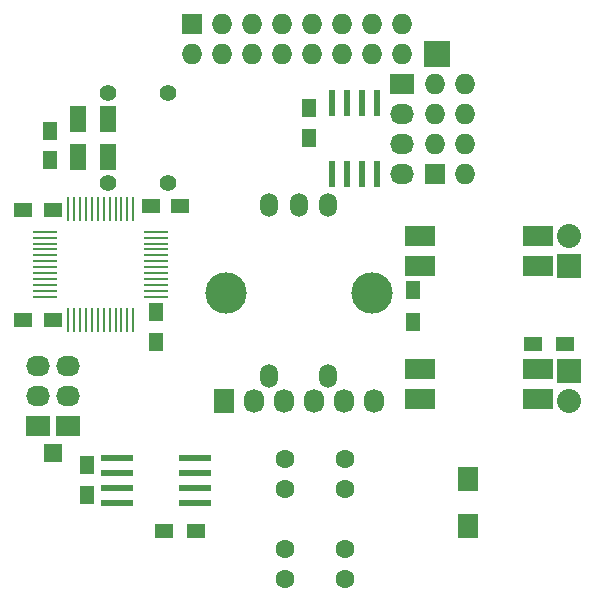
<source format=gbs>
G04 #@! TF.FileFunction,Soldermask,Bot*
%FSLAX46Y46*%
G04 Gerber Fmt 4.6, Leading zero omitted, Abs format (unit mm)*
G04 Created by KiCad (PCBNEW 4.0.0-stable) date 08.12.2015 15:00:05*
%MOMM*%
G01*
G04 APERTURE LIST*
%ADD10C,0.100000*%
%ADD11R,0.290000X2.000000*%
%ADD12R,2.000000X0.290000*%
%ADD13R,2.032000X1.727200*%
%ADD14O,2.032000X1.727200*%
%ADD15R,1.500000X1.250000*%
%ADD16R,1.250000X1.500000*%
%ADD17C,1.397000*%
%ADD18R,1.727200X1.727200*%
%ADD19O,1.727200X1.727200*%
%ADD20R,1.500000X1.300000*%
%ADD21R,2.800000X0.600000*%
%ADD22C,1.600000*%
%ADD23R,1.400000X2.200000*%
%ADD24R,1.501140X1.501140*%
%ADD25R,2.500000X1.800000*%
%ADD26R,1.300000X1.500000*%
%ADD27R,2.032000X2.032000*%
%ADD28O,2.032000X2.032000*%
%ADD29R,1.700000X2.000000*%
%ADD30O,1.501140X1.998980*%
%ADD31C,3.500120*%
%ADD32R,2.235200X2.235200*%
%ADD33R,0.600000X2.200000*%
%ADD34R,1.727200X2.032000*%
%ADD35O,1.727200X2.032000*%
G04 APERTURE END LIST*
D10*
D11*
X130473000Y-92836000D03*
D12*
X137923000Y-94786000D03*
D11*
X135973000Y-102236000D03*
D12*
X128523000Y-100286000D03*
D11*
X130973000Y-92836000D03*
X131473000Y-92836000D03*
X131973000Y-92836000D03*
X132473000Y-92836000D03*
X132973000Y-92836000D03*
X133473000Y-92836000D03*
X133973000Y-92836000D03*
X134473000Y-92836000D03*
X134973000Y-92836000D03*
X135473000Y-92836000D03*
X135973000Y-92836000D03*
D12*
X137923000Y-95286000D03*
X137923000Y-95786000D03*
X137923000Y-96286000D03*
X137923000Y-96786000D03*
X137923000Y-97286000D03*
X137923000Y-97786000D03*
X137923000Y-98286000D03*
X137923000Y-98786000D03*
X137923000Y-99286000D03*
X137923000Y-99786000D03*
X137923000Y-100286000D03*
D11*
X135473000Y-102236000D03*
X134973000Y-102236000D03*
X134473000Y-102236000D03*
X133973000Y-102236000D03*
X133473000Y-102236000D03*
X132973000Y-102236000D03*
X132473000Y-102236000D03*
X131973000Y-102236000D03*
X131473000Y-102236000D03*
X130973000Y-102236000D03*
X130473000Y-102236000D03*
D12*
X128523000Y-99786000D03*
X128523000Y-99286000D03*
X128523000Y-98786000D03*
X128523000Y-98286000D03*
X128523000Y-97786000D03*
X128523000Y-97286000D03*
X128523000Y-96786000D03*
X128523000Y-96286000D03*
X128523000Y-95786000D03*
X128523000Y-95286000D03*
X128523000Y-94786000D03*
D13*
X130429000Y-111252000D03*
D14*
X130429000Y-108712000D03*
X130429000Y-106172000D03*
D15*
X129139000Y-102235000D03*
X126639000Y-102235000D03*
D16*
X128905000Y-88753000D03*
X128905000Y-86253000D03*
D17*
X138938000Y-90678000D03*
X133858000Y-90678000D03*
X138938000Y-83058000D03*
X133858000Y-83058000D03*
D16*
X137922000Y-101620000D03*
X137922000Y-104120000D03*
D15*
X129139000Y-92964000D03*
X126639000Y-92964000D03*
X137434000Y-92583000D03*
X139934000Y-92583000D03*
D16*
X132080000Y-117074000D03*
X132080000Y-114574000D03*
D18*
X161544000Y-89916000D03*
D19*
X164084000Y-89916000D03*
X161544000Y-87376000D03*
X164084000Y-87376000D03*
X161544000Y-84836000D03*
X164084000Y-84836000D03*
X161544000Y-82296000D03*
X164084000Y-82296000D03*
D20*
X138604000Y-120142000D03*
X141304000Y-120142000D03*
D21*
X134622000Y-117729000D03*
X134622000Y-116459000D03*
X134622000Y-115189000D03*
X134622000Y-113919000D03*
X141222000Y-113919000D03*
X141222000Y-115189000D03*
X141222000Y-116459000D03*
X141222000Y-117729000D03*
D22*
X153924000Y-124206000D03*
X148844000Y-124206000D03*
X153924000Y-121666000D03*
X148844000Y-121666000D03*
X153924000Y-116586000D03*
X148844000Y-116586000D03*
X153924000Y-114046000D03*
X148844000Y-114046000D03*
D23*
X131318000Y-88468000D03*
X133858000Y-88468000D03*
X131318000Y-85268000D03*
X133858000Y-85268000D03*
D13*
X158750000Y-82296000D03*
D14*
X158750000Y-84836000D03*
X158750000Y-87376000D03*
X158750000Y-89916000D03*
D24*
X129159000Y-113538000D03*
D25*
X170227000Y-106426000D03*
X170227000Y-108966000D03*
X160227000Y-108966000D03*
X160227000Y-106426000D03*
D20*
X172546000Y-104267000D03*
X169846000Y-104267000D03*
D26*
X159639000Y-99742000D03*
X159639000Y-102442000D03*
D27*
X172847000Y-106553000D03*
D28*
X172847000Y-109093000D03*
D27*
X172847000Y-97663000D03*
D28*
X172847000Y-95123000D03*
D13*
X127889000Y-111252000D03*
D14*
X127889000Y-108712000D03*
X127889000Y-106172000D03*
D29*
X164338000Y-119729000D03*
X164338000Y-115729000D03*
D30*
X152499360Y-92499380D03*
X150000000Y-92499380D03*
X147500640Y-92499380D03*
D31*
X156200140Y-100000000D03*
X143799860Y-100000000D03*
D30*
X152499360Y-107000240D03*
X147500640Y-107000240D03*
D18*
X140970000Y-77216000D03*
D19*
X140970000Y-79756000D03*
X143510000Y-77216000D03*
X143510000Y-79756000D03*
X146050000Y-77216000D03*
X146050000Y-79756000D03*
X148590000Y-77216000D03*
X148590000Y-79756000D03*
X151130000Y-77216000D03*
X151130000Y-79756000D03*
X153670000Y-77216000D03*
X153670000Y-79756000D03*
X156210000Y-77216000D03*
X156210000Y-79756000D03*
X158750000Y-77216000D03*
X158750000Y-79756000D03*
D32*
X161671000Y-79756000D03*
D33*
X152781000Y-83868000D03*
X154051000Y-83868000D03*
X155321000Y-83868000D03*
X156591000Y-83868000D03*
X156591000Y-89868000D03*
X155321000Y-89868000D03*
X154051000Y-89868000D03*
X152781000Y-89868000D03*
D16*
X150876000Y-86848000D03*
X150876000Y-84348000D03*
D34*
X143637000Y-109093000D03*
D35*
X146177000Y-109093000D03*
X148717000Y-109093000D03*
X151257000Y-109093000D03*
X153797000Y-109093000D03*
X156337000Y-109093000D03*
D25*
X160227000Y-97663000D03*
X160227000Y-95123000D03*
X170227000Y-95123000D03*
X170227000Y-97663000D03*
M02*

</source>
